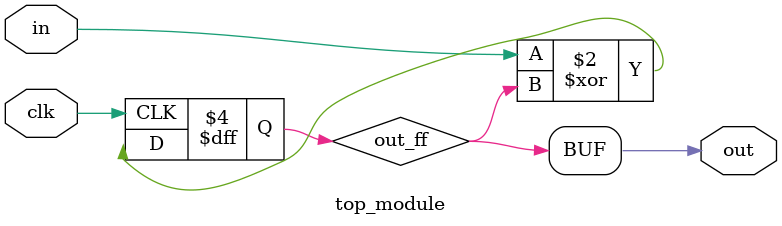
<source format=sv>
module top_module (
	input clk,
	input in,
	output logic out
);

logic out_ff;

always_ff @(posedge clk) begin
	out_ff <= in ^ out_ff;
end

always_comb begin
    out = out_ff;
end

endmodule

</source>
